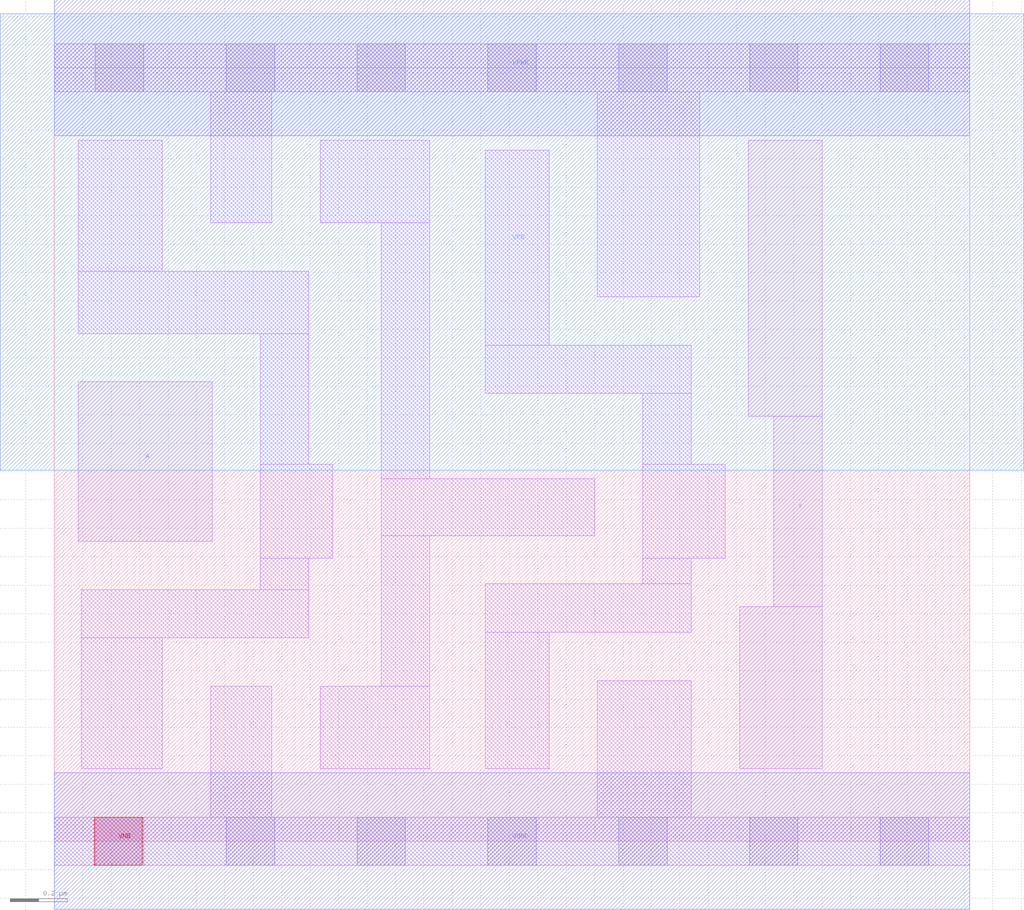
<source format=lef>
# Copyright 2020 The SkyWater PDK Authors
#
# Licensed under the Apache License, Version 2.0 (the "License");
# you may not use this file except in compliance with the License.
# You may obtain a copy of the License at
#
#     https://www.apache.org/licenses/LICENSE-2.0
#
# Unless required by applicable law or agreed to in writing, software
# distributed under the License is distributed on an "AS IS" BASIS,
# WITHOUT WARRANTIES OR CONDITIONS OF ANY KIND, either express or implied.
# See the License for the specific language governing permissions and
# limitations under the License.
#
# SPDX-License-Identifier: Apache-2.0

VERSION 5.7 ;
  NOWIREEXTENSIONATPIN ON ;
  DIVIDERCHAR "/" ;
  BUSBITCHARS "[]" ;
MACRO sky130_fd_sc_hd__dlygate4sd1_1
  CLASS CORE ;
  FOREIGN sky130_fd_sc_hd__dlygate4sd1_1 ;
  ORIGIN  0.000000  0.000000 ;
  SIZE  3.220000 BY  2.720000 ;
  SYMMETRY X Y R90 ;
  SITE unithd ;
  PIN A
    ANTENNAGATEAREA  0.126000 ;
    DIRECTION INPUT ;
    USE SIGNAL ;
    PORT
      LAYER li1 ;
        RECT 0.085000 1.055000 0.555000 1.615000 ;
    END
  END A
  PIN X
    ANTENNADIFFAREA  0.429000 ;
    DIRECTION OUTPUT ;
    USE SIGNAL ;
    PORT
      LAYER li1 ;
        RECT 2.410000 0.255000 2.700000 0.825000 ;
        RECT 2.440000 1.495000 2.700000 2.465000 ;
        RECT 2.530000 0.825000 2.700000 1.495000 ;
    END
  END X
  PIN VGND
    DIRECTION INOUT ;
    SHAPE ABUTMENT ;
    USE GROUND ;
    PORT
      LAYER met1 ;
        RECT 0.000000 -0.240000 3.220000 0.240000 ;
    END
  END VGND
  PIN VNB
    DIRECTION INOUT ;
    USE GROUND ;
    PORT
      LAYER pwell ;
        RECT 0.140000 -0.085000 0.310000 0.085000 ;
    END
  END VNB
  PIN VPB
    DIRECTION INOUT ;
    USE POWER ;
    PORT
      LAYER nwell ;
        RECT -0.190000 1.305000 3.410000 2.910000 ;
    END
  END VPB
  PIN VPWR
    DIRECTION INOUT ;
    SHAPE ABUTMENT ;
    USE POWER ;
    PORT
      LAYER met1 ;
        RECT 0.000000 2.480000 3.220000 2.960000 ;
    END
  END VPWR
  OBS
    LAYER li1 ;
      RECT 0.000000 -0.085000 3.220000 0.085000 ;
      RECT 0.000000  2.635000 3.220000 2.805000 ;
      RECT 0.085000  1.785000 0.895000 2.005000 ;
      RECT 0.085000  2.005000 0.380000 2.465000 ;
      RECT 0.095000  0.255000 0.380000 0.715000 ;
      RECT 0.095000  0.715000 0.895000 0.885000 ;
      RECT 0.550000  0.085000 0.765000 0.545000 ;
      RECT 0.550000  2.175000 0.765000 2.635000 ;
      RECT 0.725000  0.885000 0.895000 0.995000 ;
      RECT 0.725000  0.995000 0.980000 1.325000 ;
      RECT 0.725000  1.325000 0.895000 1.785000 ;
      RECT 0.935000  0.255000 1.320000 0.545000 ;
      RECT 0.935000  2.175000 1.320000 2.465000 ;
      RECT 1.150000  0.545000 1.320000 1.075000 ;
      RECT 1.150000  1.075000 1.900000 1.275000 ;
      RECT 1.150000  1.275000 1.320000 2.175000 ;
      RECT 1.515000  0.255000 1.740000 0.735000 ;
      RECT 1.515000  0.735000 2.240000 0.905000 ;
      RECT 1.515000  1.575000 2.240000 1.745000 ;
      RECT 1.515000  1.745000 1.740000 2.430000 ;
      RECT 1.910000  0.085000 2.240000 0.565000 ;
      RECT 1.910000  1.915000 2.270000 2.635000 ;
      RECT 2.070000  0.905000 2.240000 0.995000 ;
      RECT 2.070000  0.995000 2.360000 1.325000 ;
      RECT 2.070000  1.325000 2.240000 1.575000 ;
    LAYER mcon ;
      RECT 0.145000 -0.085000 0.315000 0.085000 ;
      RECT 0.145000  2.635000 0.315000 2.805000 ;
      RECT 0.605000 -0.085000 0.775000 0.085000 ;
      RECT 0.605000  2.635000 0.775000 2.805000 ;
      RECT 1.065000 -0.085000 1.235000 0.085000 ;
      RECT 1.065000  2.635000 1.235000 2.805000 ;
      RECT 1.525000 -0.085000 1.695000 0.085000 ;
      RECT 1.525000  2.635000 1.695000 2.805000 ;
      RECT 1.985000 -0.085000 2.155000 0.085000 ;
      RECT 1.985000  2.635000 2.155000 2.805000 ;
      RECT 2.445000 -0.085000 2.615000 0.085000 ;
      RECT 2.445000  2.635000 2.615000 2.805000 ;
      RECT 2.905000 -0.085000 3.075000 0.085000 ;
      RECT 2.905000  2.635000 3.075000 2.805000 ;
  END
END sky130_fd_sc_hd__dlygate4sd1_1
END LIBRARY

</source>
